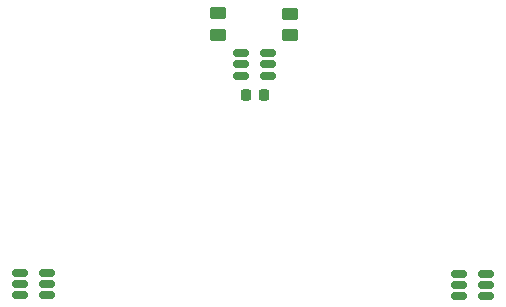
<source format=gtp>
%TF.GenerationSoftware,KiCad,Pcbnew,7.0.9-7.0.9~ubuntu23.04.1*%
%TF.CreationDate,2023-11-29T14:17:22+01:00*%
%TF.ProjectId,maglev cv2,6d61676c-6576-4206-9376-322e6b696361,rev?*%
%TF.SameCoordinates,Original*%
%TF.FileFunction,Paste,Top*%
%TF.FilePolarity,Positive*%
%FSLAX46Y46*%
G04 Gerber Fmt 4.6, Leading zero omitted, Abs format (unit mm)*
G04 Created by KiCad (PCBNEW 7.0.9-7.0.9~ubuntu23.04.1) date 2023-11-29 14:17:22*
%MOMM*%
%LPD*%
G01*
G04 APERTURE LIST*
G04 Aperture macros list*
%AMRoundRect*
0 Rectangle with rounded corners*
0 $1 Rounding radius*
0 $2 $3 $4 $5 $6 $7 $8 $9 X,Y pos of 4 corners*
0 Add a 4 corners polygon primitive as box body*
4,1,4,$2,$3,$4,$5,$6,$7,$8,$9,$2,$3,0*
0 Add four circle primitives for the rounded corners*
1,1,$1+$1,$2,$3*
1,1,$1+$1,$4,$5*
1,1,$1+$1,$6,$7*
1,1,$1+$1,$8,$9*
0 Add four rect primitives between the rounded corners*
20,1,$1+$1,$2,$3,$4,$5,0*
20,1,$1+$1,$4,$5,$6,$7,0*
20,1,$1+$1,$6,$7,$8,$9,0*
20,1,$1+$1,$8,$9,$2,$3,0*%
G04 Aperture macros list end*
%ADD10RoundRect,0.250000X-0.450000X0.262500X-0.450000X-0.262500X0.450000X-0.262500X0.450000X0.262500X0*%
%ADD11RoundRect,0.225000X-0.225000X-0.250000X0.225000X-0.250000X0.225000X0.250000X-0.225000X0.250000X0*%
%ADD12RoundRect,0.150000X-0.512500X-0.150000X0.512500X-0.150000X0.512500X0.150000X-0.512500X0.150000X0*%
%ADD13RoundRect,0.250000X0.450000X-0.262500X0.450000X0.262500X-0.450000X0.262500X-0.450000X-0.262500X0*%
G04 APERTURE END LIST*
D10*
X149250400Y-94947100D03*
X149250400Y-96772100D03*
D11*
X145529000Y-101854000D03*
X147079000Y-101854000D03*
D12*
X126370500Y-116906000D03*
X126370500Y-117856000D03*
X126370500Y-118806000D03*
X128645500Y-118806000D03*
X128645500Y-117856000D03*
X128645500Y-116906000D03*
X163576000Y-116972000D03*
X163576000Y-117922000D03*
X163576000Y-118872000D03*
X165851000Y-118872000D03*
X165851000Y-117922000D03*
X165851000Y-116972000D03*
D13*
X143154400Y-96721300D03*
X143154400Y-94896300D03*
D12*
X145063640Y-98300000D03*
X145063640Y-99250000D03*
X145063640Y-100200000D03*
X147338640Y-100200000D03*
X147338640Y-99250000D03*
X147338640Y-98300000D03*
M02*

</source>
